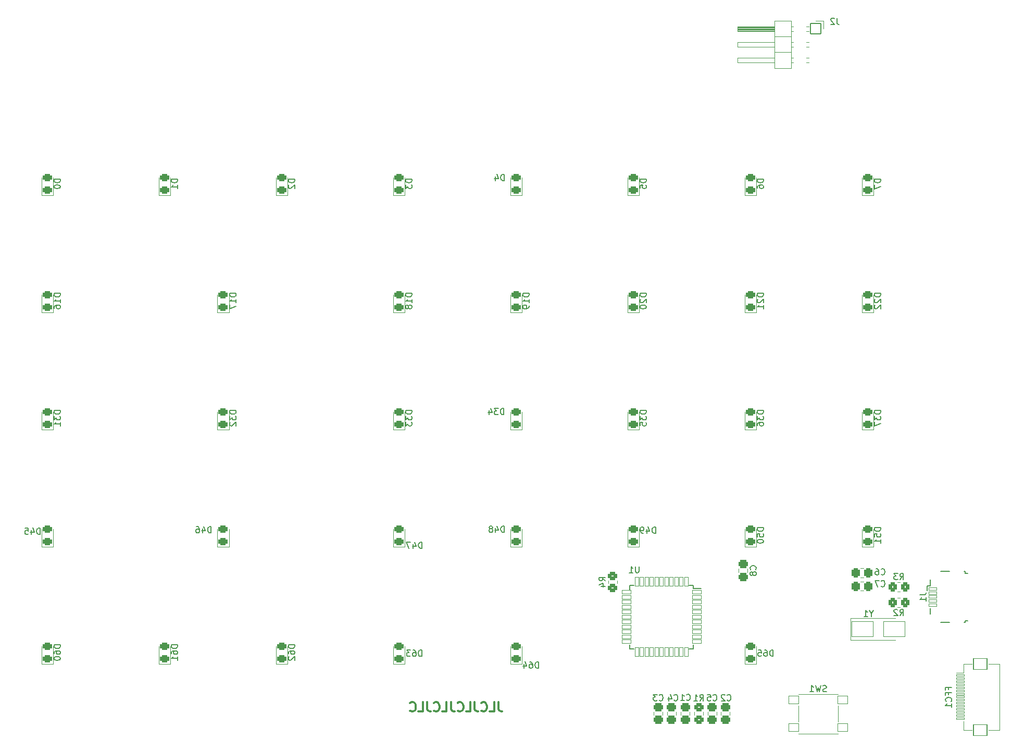
<source format=gbo>
%TF.GenerationSoftware,KiCad,Pcbnew,(6.0.10)*%
%TF.CreationDate,2023-02-02T18:01:59-08:00*%
%TF.ProjectId,netrazr_rev2-Left,6e657472-617a-4725-9f72-6576322d4c65,2*%
%TF.SameCoordinates,Original*%
%TF.FileFunction,Legend,Bot*%
%TF.FilePolarity,Positive*%
%FSLAX46Y46*%
G04 Gerber Fmt 4.6, Leading zero omitted, Abs format (unit mm)*
G04 Created by KiCad (PCBNEW (6.0.10)) date 2023-02-02 18:01:59*
%MOMM*%
%LPD*%
G01*
G04 APERTURE LIST*
G04 Aperture macros list*
%AMRoundRect*
0 Rectangle with rounded corners*
0 $1 Rounding radius*
0 $2 $3 $4 $5 $6 $7 $8 $9 X,Y pos of 4 corners*
0 Add a 4 corners polygon primitive as box body*
4,1,4,$2,$3,$4,$5,$6,$7,$8,$9,$2,$3,0*
0 Add four circle primitives for the rounded corners*
1,1,$1+$1,$2,$3*
1,1,$1+$1,$4,$5*
1,1,$1+$1,$6,$7*
1,1,$1+$1,$8,$9*
0 Add four rect primitives between the rounded corners*
20,1,$1+$1,$2,$3,$4,$5,0*
20,1,$1+$1,$4,$5,$6,$7,0*
20,1,$1+$1,$6,$7,$8,$9,0*
20,1,$1+$1,$8,$9,$2,$3,0*%
G04 Aperture macros list end*
%ADD10C,0.300000*%
%ADD11C,0.150000*%
%ADD12C,0.120000*%
%ADD13C,3.802000*%
%ADD14C,1.803800*%
%ADD15C,3.531000*%
%ADD16C,1.092600*%
%ADD17C,2.134000*%
%ADD18O,0.902000X0.902000*%
%ADD19RoundRect,0.051000X-0.650000X0.225000X-0.650000X-0.225000X0.650000X-0.225000X0.650000X0.225000X0*%
%ADD20O,2.102000X1.552000*%
%ADD21O,1.902000X1.252000*%
%ADD22RoundRect,0.301000X0.475000X-0.337500X0.475000X0.337500X-0.475000X0.337500X-0.475000X-0.337500X0*%
%ADD23RoundRect,0.051000X0.850000X0.850000X-0.850000X0.850000X-0.850000X-0.850000X0.850000X-0.850000X0*%
%ADD24O,1.802000X1.802000*%
%ADD25RoundRect,0.301000X0.450000X-0.325000X0.450000X0.325000X-0.450000X0.325000X-0.450000X-0.325000X0*%
%ADD26RoundRect,0.051000X0.775000X0.650000X-0.775000X0.650000X-0.775000X-0.650000X0.775000X-0.650000X0*%
%ADD27RoundRect,0.301000X-0.450000X0.350000X-0.450000X-0.350000X0.450000X-0.350000X0.450000X0.350000X0*%
%ADD28RoundRect,0.051000X0.750000X0.275000X-0.750000X0.275000X-0.750000X-0.275000X0.750000X-0.275000X0*%
%ADD29RoundRect,0.051000X0.275000X-0.750000X0.275000X0.750000X-0.275000X0.750000X-0.275000X-0.750000X0*%
%ADD30RoundRect,0.301000X-0.475000X0.337500X-0.475000X-0.337500X0.475000X-0.337500X0.475000X0.337500X0*%
%ADD31RoundRect,0.301000X-0.350000X-0.450000X0.350000X-0.450000X0.350000X0.450000X-0.350000X0.450000X0*%
%ADD32RoundRect,0.051000X-1.750000X-1.200000X1.750000X-1.200000X1.750000X1.200000X-1.750000X1.200000X0*%
%ADD33RoundRect,0.301000X0.337500X0.475000X-0.337500X0.475000X-0.337500X-0.475000X0.337500X-0.475000X0*%
%ADD34RoundRect,0.051000X-0.650000X0.150000X-0.650000X-0.150000X0.650000X-0.150000X0.650000X0.150000X0*%
%ADD35RoundRect,0.051000X-1.100000X0.900000X-1.100000X-0.900000X1.100000X-0.900000X1.100000X0.900000X0*%
G04 APERTURE END LIST*
D10*
X121482571Y-171644571D02*
X121482571Y-172716000D01*
X121554000Y-172930285D01*
X121696857Y-173073142D01*
X121911142Y-173144571D01*
X122054000Y-173144571D01*
X120054000Y-173144571D02*
X120768285Y-173144571D01*
X120768285Y-171644571D01*
X118696857Y-173001714D02*
X118768285Y-173073142D01*
X118982571Y-173144571D01*
X119125428Y-173144571D01*
X119339714Y-173073142D01*
X119482571Y-172930285D01*
X119554000Y-172787428D01*
X119625428Y-172501714D01*
X119625428Y-172287428D01*
X119554000Y-172001714D01*
X119482571Y-171858857D01*
X119339714Y-171716000D01*
X119125428Y-171644571D01*
X118982571Y-171644571D01*
X118768285Y-171716000D01*
X118696857Y-171787428D01*
X117625428Y-171644571D02*
X117625428Y-172716000D01*
X117696857Y-172930285D01*
X117839714Y-173073142D01*
X118054000Y-173144571D01*
X118196857Y-173144571D01*
X116196857Y-173144571D02*
X116911142Y-173144571D01*
X116911142Y-171644571D01*
X114839714Y-173001714D02*
X114911142Y-173073142D01*
X115125428Y-173144571D01*
X115268285Y-173144571D01*
X115482571Y-173073142D01*
X115625428Y-172930285D01*
X115696857Y-172787428D01*
X115768285Y-172501714D01*
X115768285Y-172287428D01*
X115696857Y-172001714D01*
X115625428Y-171858857D01*
X115482571Y-171716000D01*
X115268285Y-171644571D01*
X115125428Y-171644571D01*
X114911142Y-171716000D01*
X114839714Y-171787428D01*
X113768285Y-171644571D02*
X113768285Y-172716000D01*
X113839714Y-172930285D01*
X113982571Y-173073142D01*
X114196857Y-173144571D01*
X114339714Y-173144571D01*
X112339714Y-173144571D02*
X113054000Y-173144571D01*
X113054000Y-171644571D01*
X110982571Y-173001714D02*
X111054000Y-173073142D01*
X111268285Y-173144571D01*
X111411142Y-173144571D01*
X111625428Y-173073142D01*
X111768285Y-172930285D01*
X111839714Y-172787428D01*
X111911142Y-172501714D01*
X111911142Y-172287428D01*
X111839714Y-172001714D01*
X111768285Y-171858857D01*
X111625428Y-171716000D01*
X111411142Y-171644571D01*
X111268285Y-171644571D01*
X111054000Y-171716000D01*
X110982571Y-171787428D01*
X109911142Y-171644571D02*
X109911142Y-172716000D01*
X109982571Y-172930285D01*
X110125428Y-173073142D01*
X110339714Y-173144571D01*
X110482571Y-173144571D01*
X108482571Y-173144571D02*
X109196857Y-173144571D01*
X109196857Y-171644571D01*
X107125428Y-173001714D02*
X107196857Y-173073142D01*
X107411142Y-173144571D01*
X107554000Y-173144571D01*
X107768285Y-173073142D01*
X107911142Y-172930285D01*
X107982571Y-172787428D01*
X108054000Y-172501714D01*
X108054000Y-172287428D01*
X107982571Y-172001714D01*
X107911142Y-171858857D01*
X107768285Y-171716000D01*
X107554000Y-171644571D01*
X107411142Y-171644571D01*
X107196857Y-171716000D01*
X107125428Y-171787428D01*
D11*
X189978380Y-154189666D02*
X190692666Y-154189666D01*
X190835523Y-154142047D01*
X190930761Y-154046809D01*
X190978380Y-153903952D01*
X190978380Y-153808714D01*
X190978380Y-155189666D02*
X190978380Y-154618238D01*
X190978380Y-154903952D02*
X189978380Y-154903952D01*
X190121238Y-154808714D01*
X190216476Y-154713476D01*
X190264095Y-154618238D01*
X158662666Y-171299142D02*
X158710285Y-171346761D01*
X158853142Y-171394380D01*
X158948380Y-171394380D01*
X159091238Y-171346761D01*
X159186476Y-171251523D01*
X159234095Y-171156285D01*
X159281714Y-170965809D01*
X159281714Y-170822952D01*
X159234095Y-170632476D01*
X159186476Y-170537238D01*
X159091238Y-170442000D01*
X158948380Y-170394380D01*
X158853142Y-170394380D01*
X158710285Y-170442000D01*
X158662666Y-170489619D01*
X158281714Y-170489619D02*
X158234095Y-170442000D01*
X158138857Y-170394380D01*
X157900761Y-170394380D01*
X157805523Y-170442000D01*
X157757904Y-170489619D01*
X157710285Y-170584857D01*
X157710285Y-170680095D01*
X157757904Y-170822952D01*
X158329333Y-171394380D01*
X157710285Y-171394380D01*
X176493333Y-60412380D02*
X176493333Y-61126666D01*
X176540952Y-61269523D01*
X176636190Y-61364761D01*
X176779047Y-61412380D01*
X176874285Y-61412380D01*
X176064761Y-60507619D02*
X176017142Y-60460000D01*
X175921904Y-60412380D01*
X175683809Y-60412380D01*
X175588571Y-60460000D01*
X175540952Y-60507619D01*
X175493333Y-60602857D01*
X175493333Y-60698095D01*
X175540952Y-60840952D01*
X176112380Y-61412380D01*
X175493333Y-61412380D01*
X127979285Y-166082380D02*
X127979285Y-165082380D01*
X127741190Y-165082380D01*
X127598333Y-165130000D01*
X127503095Y-165225238D01*
X127455476Y-165320476D01*
X127407857Y-165510952D01*
X127407857Y-165653809D01*
X127455476Y-165844285D01*
X127503095Y-165939523D01*
X127598333Y-166034761D01*
X127741190Y-166082380D01*
X127979285Y-166082380D01*
X126550714Y-165082380D02*
X126741190Y-165082380D01*
X126836428Y-165130000D01*
X126884047Y-165177619D01*
X126979285Y-165320476D01*
X127026904Y-165510952D01*
X127026904Y-165891904D01*
X126979285Y-165987142D01*
X126931666Y-166034761D01*
X126836428Y-166082380D01*
X126645952Y-166082380D01*
X126550714Y-166034761D01*
X126503095Y-165987142D01*
X126455476Y-165891904D01*
X126455476Y-165653809D01*
X126503095Y-165558571D01*
X126550714Y-165510952D01*
X126645952Y-165463333D01*
X126836428Y-165463333D01*
X126931666Y-165510952D01*
X126979285Y-165558571D01*
X127026904Y-165653809D01*
X125598333Y-165415714D02*
X125598333Y-166082380D01*
X125836428Y-165034761D02*
X126074523Y-165749047D01*
X125455476Y-165749047D01*
X107397380Y-124225714D02*
X106397380Y-124225714D01*
X106397380Y-124463809D01*
X106445000Y-124606666D01*
X106540238Y-124701904D01*
X106635476Y-124749523D01*
X106825952Y-124797142D01*
X106968809Y-124797142D01*
X107159285Y-124749523D01*
X107254523Y-124701904D01*
X107349761Y-124606666D01*
X107397380Y-124463809D01*
X107397380Y-124225714D01*
X106397380Y-125130476D02*
X106397380Y-125749523D01*
X106778333Y-125416190D01*
X106778333Y-125559047D01*
X106825952Y-125654285D01*
X106873571Y-125701904D01*
X106968809Y-125749523D01*
X107206904Y-125749523D01*
X107302142Y-125701904D01*
X107349761Y-125654285D01*
X107397380Y-125559047D01*
X107397380Y-125273333D01*
X107349761Y-125178095D01*
X107302142Y-125130476D01*
X106397380Y-126082857D02*
X106397380Y-126701904D01*
X106778333Y-126368571D01*
X106778333Y-126511428D01*
X106825952Y-126606666D01*
X106873571Y-126654285D01*
X106968809Y-126701904D01*
X107206904Y-126701904D01*
X107302142Y-126654285D01*
X107349761Y-126606666D01*
X107397380Y-126511428D01*
X107397380Y-126225714D01*
X107349761Y-126130476D01*
X107302142Y-126082857D01*
X145497380Y-86601904D02*
X144497380Y-86601904D01*
X144497380Y-86840000D01*
X144545000Y-86982857D01*
X144640238Y-87078095D01*
X144735476Y-87125714D01*
X144925952Y-87173333D01*
X145068809Y-87173333D01*
X145259285Y-87125714D01*
X145354523Y-87078095D01*
X145449761Y-86982857D01*
X145497380Y-86840000D01*
X145497380Y-86601904D01*
X144497380Y-88078095D02*
X144497380Y-87601904D01*
X144973571Y-87554285D01*
X144925952Y-87601904D01*
X144878333Y-87697142D01*
X144878333Y-87935238D01*
X144925952Y-88030476D01*
X144973571Y-88078095D01*
X145068809Y-88125714D01*
X145306904Y-88125714D01*
X145402142Y-88078095D01*
X145449761Y-88030476D01*
X145497380Y-87935238D01*
X145497380Y-87697142D01*
X145449761Y-87601904D01*
X145402142Y-87554285D01*
X164547380Y-105175714D02*
X163547380Y-105175714D01*
X163547380Y-105413809D01*
X163595000Y-105556666D01*
X163690238Y-105651904D01*
X163785476Y-105699523D01*
X163975952Y-105747142D01*
X164118809Y-105747142D01*
X164309285Y-105699523D01*
X164404523Y-105651904D01*
X164499761Y-105556666D01*
X164547380Y-105413809D01*
X164547380Y-105175714D01*
X163642619Y-106128095D02*
X163595000Y-106175714D01*
X163547380Y-106270952D01*
X163547380Y-106509047D01*
X163595000Y-106604285D01*
X163642619Y-106651904D01*
X163737857Y-106699523D01*
X163833095Y-106699523D01*
X163975952Y-106651904D01*
X164547380Y-106080476D01*
X164547380Y-106699523D01*
X164547380Y-107651904D02*
X164547380Y-107080476D01*
X164547380Y-107366190D02*
X163547380Y-107366190D01*
X163690238Y-107270952D01*
X163785476Y-107175714D01*
X163833095Y-107080476D01*
X174778333Y-169884761D02*
X174635476Y-169932380D01*
X174397380Y-169932380D01*
X174302142Y-169884761D01*
X174254523Y-169837142D01*
X174206904Y-169741904D01*
X174206904Y-169646666D01*
X174254523Y-169551428D01*
X174302142Y-169503809D01*
X174397380Y-169456190D01*
X174587857Y-169408571D01*
X174683095Y-169360952D01*
X174730714Y-169313333D01*
X174778333Y-169218095D01*
X174778333Y-169122857D01*
X174730714Y-169027619D01*
X174683095Y-168980000D01*
X174587857Y-168932380D01*
X174349761Y-168932380D01*
X174206904Y-168980000D01*
X173873571Y-168932380D02*
X173635476Y-169932380D01*
X173445000Y-169218095D01*
X173254523Y-169932380D01*
X173016428Y-168932380D01*
X172111666Y-169932380D02*
X172683095Y-169932380D01*
X172397380Y-169932380D02*
X172397380Y-168932380D01*
X172492619Y-169075238D01*
X172587857Y-169170476D01*
X172683095Y-169218095D01*
X145497380Y-124225714D02*
X144497380Y-124225714D01*
X144497380Y-124463809D01*
X144545000Y-124606666D01*
X144640238Y-124701904D01*
X144735476Y-124749523D01*
X144925952Y-124797142D01*
X145068809Y-124797142D01*
X145259285Y-124749523D01*
X145354523Y-124701904D01*
X145449761Y-124606666D01*
X145497380Y-124463809D01*
X145497380Y-124225714D01*
X144497380Y-125130476D02*
X144497380Y-125749523D01*
X144878333Y-125416190D01*
X144878333Y-125559047D01*
X144925952Y-125654285D01*
X144973571Y-125701904D01*
X145068809Y-125749523D01*
X145306904Y-125749523D01*
X145402142Y-125701904D01*
X145449761Y-125654285D01*
X145497380Y-125559047D01*
X145497380Y-125273333D01*
X145449761Y-125178095D01*
X145402142Y-125130476D01*
X144497380Y-126654285D02*
X144497380Y-126178095D01*
X144973571Y-126130476D01*
X144925952Y-126178095D01*
X144878333Y-126273333D01*
X144878333Y-126511428D01*
X144925952Y-126606666D01*
X144973571Y-126654285D01*
X145068809Y-126701904D01*
X145306904Y-126701904D01*
X145402142Y-126654285D01*
X145449761Y-126606666D01*
X145497380Y-126511428D01*
X145497380Y-126273333D01*
X145449761Y-126178095D01*
X145402142Y-126130476D01*
X109049285Y-146622380D02*
X109049285Y-145622380D01*
X108811190Y-145622380D01*
X108668333Y-145670000D01*
X108573095Y-145765238D01*
X108525476Y-145860476D01*
X108477857Y-146050952D01*
X108477857Y-146193809D01*
X108525476Y-146384285D01*
X108573095Y-146479523D01*
X108668333Y-146574761D01*
X108811190Y-146622380D01*
X109049285Y-146622380D01*
X107620714Y-145955714D02*
X107620714Y-146622380D01*
X107858809Y-145574761D02*
X108096904Y-146289047D01*
X107477857Y-146289047D01*
X107192142Y-145622380D02*
X106525476Y-145622380D01*
X106954047Y-146622380D01*
X183597380Y-124225714D02*
X182597380Y-124225714D01*
X182597380Y-124463809D01*
X182645000Y-124606666D01*
X182740238Y-124701904D01*
X182835476Y-124749523D01*
X183025952Y-124797142D01*
X183168809Y-124797142D01*
X183359285Y-124749523D01*
X183454523Y-124701904D01*
X183549761Y-124606666D01*
X183597380Y-124463809D01*
X183597380Y-124225714D01*
X182597380Y-125130476D02*
X182597380Y-125749523D01*
X182978333Y-125416190D01*
X182978333Y-125559047D01*
X183025952Y-125654285D01*
X183073571Y-125701904D01*
X183168809Y-125749523D01*
X183406904Y-125749523D01*
X183502142Y-125701904D01*
X183549761Y-125654285D01*
X183597380Y-125559047D01*
X183597380Y-125273333D01*
X183549761Y-125178095D01*
X183502142Y-125130476D01*
X182597380Y-126082857D02*
X182597380Y-126749523D01*
X183597380Y-126320952D01*
X78822380Y-124225714D02*
X77822380Y-124225714D01*
X77822380Y-124463809D01*
X77870000Y-124606666D01*
X77965238Y-124701904D01*
X78060476Y-124749523D01*
X78250952Y-124797142D01*
X78393809Y-124797142D01*
X78584285Y-124749523D01*
X78679523Y-124701904D01*
X78774761Y-124606666D01*
X78822380Y-124463809D01*
X78822380Y-124225714D01*
X77822380Y-125130476D02*
X77822380Y-125749523D01*
X78203333Y-125416190D01*
X78203333Y-125559047D01*
X78250952Y-125654285D01*
X78298571Y-125701904D01*
X78393809Y-125749523D01*
X78631904Y-125749523D01*
X78727142Y-125701904D01*
X78774761Y-125654285D01*
X78822380Y-125559047D01*
X78822380Y-125273333D01*
X78774761Y-125178095D01*
X78727142Y-125130476D01*
X77917619Y-126130476D02*
X77870000Y-126178095D01*
X77822380Y-126273333D01*
X77822380Y-126511428D01*
X77870000Y-126606666D01*
X77917619Y-126654285D01*
X78012857Y-126701904D01*
X78108095Y-126701904D01*
X78250952Y-126654285D01*
X78822380Y-126082857D01*
X78822380Y-126701904D01*
X163292142Y-150063333D02*
X163339761Y-150015714D01*
X163387380Y-149872857D01*
X163387380Y-149777619D01*
X163339761Y-149634761D01*
X163244523Y-149539523D01*
X163149285Y-149491904D01*
X162958809Y-149444285D01*
X162815952Y-149444285D01*
X162625476Y-149491904D01*
X162530238Y-149539523D01*
X162435000Y-149634761D01*
X162387380Y-149777619D01*
X162387380Y-149872857D01*
X162435000Y-150015714D01*
X162482619Y-150063333D01*
X162815952Y-150634761D02*
X162768333Y-150539523D01*
X162720714Y-150491904D01*
X162625476Y-150444285D01*
X162577857Y-150444285D01*
X162482619Y-150491904D01*
X162435000Y-150539523D01*
X162387380Y-150634761D01*
X162387380Y-150825238D01*
X162435000Y-150920476D01*
X162482619Y-150968095D01*
X162577857Y-151015714D01*
X162625476Y-151015714D01*
X162720714Y-150968095D01*
X162768333Y-150920476D01*
X162815952Y-150825238D01*
X162815952Y-150634761D01*
X162863571Y-150539523D01*
X162911190Y-150491904D01*
X163006428Y-150444285D01*
X163196904Y-150444285D01*
X163292142Y-150491904D01*
X163339761Y-150539523D01*
X163387380Y-150634761D01*
X163387380Y-150825238D01*
X163339761Y-150920476D01*
X163292142Y-150968095D01*
X163196904Y-151015714D01*
X163006428Y-151015714D01*
X162911190Y-150968095D01*
X162863571Y-150920476D01*
X162815952Y-150825238D01*
X126447380Y-105175714D02*
X125447380Y-105175714D01*
X125447380Y-105413809D01*
X125495000Y-105556666D01*
X125590238Y-105651904D01*
X125685476Y-105699523D01*
X125875952Y-105747142D01*
X126018809Y-105747142D01*
X126209285Y-105699523D01*
X126304523Y-105651904D01*
X126399761Y-105556666D01*
X126447380Y-105413809D01*
X126447380Y-105175714D01*
X126447380Y-106699523D02*
X126447380Y-106128095D01*
X126447380Y-106413809D02*
X125447380Y-106413809D01*
X125590238Y-106318571D01*
X125685476Y-106223333D01*
X125733095Y-106128095D01*
X126447380Y-107175714D02*
X126447380Y-107366190D01*
X126399761Y-107461428D01*
X126352142Y-107509047D01*
X126209285Y-107604285D01*
X126018809Y-107651904D01*
X125637857Y-107651904D01*
X125542619Y-107604285D01*
X125495000Y-107556666D01*
X125447380Y-107461428D01*
X125447380Y-107270952D01*
X125495000Y-107175714D01*
X125542619Y-107128095D01*
X125637857Y-107080476D01*
X125875952Y-107080476D01*
X125971190Y-107128095D01*
X126018809Y-107175714D01*
X126066428Y-107270952D01*
X126066428Y-107461428D01*
X126018809Y-107556666D01*
X125971190Y-107604285D01*
X125875952Y-107651904D01*
X138857380Y-151913333D02*
X138381190Y-151580000D01*
X138857380Y-151341904D02*
X137857380Y-151341904D01*
X137857380Y-151722857D01*
X137905000Y-151818095D01*
X137952619Y-151865714D01*
X138047857Y-151913333D01*
X138190714Y-151913333D01*
X138285952Y-151865714D01*
X138333571Y-151818095D01*
X138381190Y-151722857D01*
X138381190Y-151341904D01*
X138190714Y-152770476D02*
X138857380Y-152770476D01*
X137809761Y-152532380D02*
X138524047Y-152294285D01*
X138524047Y-152913333D01*
X46969285Y-144322380D02*
X46969285Y-143322380D01*
X46731190Y-143322380D01*
X46588333Y-143370000D01*
X46493095Y-143465238D01*
X46445476Y-143560476D01*
X46397857Y-143750952D01*
X46397857Y-143893809D01*
X46445476Y-144084285D01*
X46493095Y-144179523D01*
X46588333Y-144274761D01*
X46731190Y-144322380D01*
X46969285Y-144322380D01*
X45540714Y-143655714D02*
X45540714Y-144322380D01*
X45778809Y-143274761D02*
X46016904Y-143989047D01*
X45397857Y-143989047D01*
X44540714Y-143322380D02*
X45016904Y-143322380D01*
X45064523Y-143798571D01*
X45016904Y-143750952D01*
X44921666Y-143703333D01*
X44683571Y-143703333D01*
X44588333Y-143750952D01*
X44540714Y-143798571D01*
X44493095Y-143893809D01*
X44493095Y-144131904D01*
X44540714Y-144227142D01*
X44588333Y-144274761D01*
X44683571Y-144322380D01*
X44921666Y-144322380D01*
X45016904Y-144274761D01*
X45064523Y-144227142D01*
X144316904Y-149572380D02*
X144316904Y-150381904D01*
X144269285Y-150477142D01*
X144221666Y-150524761D01*
X144126428Y-150572380D01*
X143935952Y-150572380D01*
X143840714Y-150524761D01*
X143793095Y-150477142D01*
X143745476Y-150381904D01*
X143745476Y-149572380D01*
X142745476Y-150572380D02*
X143316904Y-150572380D01*
X143031190Y-150572380D02*
X143031190Y-149572380D01*
X143126428Y-149715238D01*
X143221666Y-149810476D01*
X143316904Y-149858095D01*
X69297380Y-162325714D02*
X68297380Y-162325714D01*
X68297380Y-162563809D01*
X68345000Y-162706666D01*
X68440238Y-162801904D01*
X68535476Y-162849523D01*
X68725952Y-162897142D01*
X68868809Y-162897142D01*
X69059285Y-162849523D01*
X69154523Y-162801904D01*
X69249761Y-162706666D01*
X69297380Y-162563809D01*
X69297380Y-162325714D01*
X68297380Y-163754285D02*
X68297380Y-163563809D01*
X68345000Y-163468571D01*
X68392619Y-163420952D01*
X68535476Y-163325714D01*
X68725952Y-163278095D01*
X69106904Y-163278095D01*
X69202142Y-163325714D01*
X69249761Y-163373333D01*
X69297380Y-163468571D01*
X69297380Y-163659047D01*
X69249761Y-163754285D01*
X69202142Y-163801904D01*
X69106904Y-163849523D01*
X68868809Y-163849523D01*
X68773571Y-163801904D01*
X68725952Y-163754285D01*
X68678333Y-163659047D01*
X68678333Y-163468571D01*
X68725952Y-163373333D01*
X68773571Y-163325714D01*
X68868809Y-163278095D01*
X69297380Y-164801904D02*
X69297380Y-164230476D01*
X69297380Y-164516190D02*
X68297380Y-164516190D01*
X68440238Y-164420952D01*
X68535476Y-164325714D01*
X68583095Y-164230476D01*
X50247380Y-124225714D02*
X49247380Y-124225714D01*
X49247380Y-124463809D01*
X49295000Y-124606666D01*
X49390238Y-124701904D01*
X49485476Y-124749523D01*
X49675952Y-124797142D01*
X49818809Y-124797142D01*
X50009285Y-124749523D01*
X50104523Y-124701904D01*
X50199761Y-124606666D01*
X50247380Y-124463809D01*
X50247380Y-124225714D01*
X49247380Y-125130476D02*
X49247380Y-125749523D01*
X49628333Y-125416190D01*
X49628333Y-125559047D01*
X49675952Y-125654285D01*
X49723571Y-125701904D01*
X49818809Y-125749523D01*
X50056904Y-125749523D01*
X50152142Y-125701904D01*
X50199761Y-125654285D01*
X50247380Y-125559047D01*
X50247380Y-125273333D01*
X50199761Y-125178095D01*
X50152142Y-125130476D01*
X50247380Y-126701904D02*
X50247380Y-126130476D01*
X50247380Y-126416190D02*
X49247380Y-126416190D01*
X49390238Y-126320952D01*
X49485476Y-126225714D01*
X49533095Y-126130476D01*
X156376666Y-171299142D02*
X156424285Y-171346761D01*
X156567142Y-171394380D01*
X156662380Y-171394380D01*
X156805238Y-171346761D01*
X156900476Y-171251523D01*
X156948095Y-171156285D01*
X156995714Y-170965809D01*
X156995714Y-170822952D01*
X156948095Y-170632476D01*
X156900476Y-170537238D01*
X156805238Y-170442000D01*
X156662380Y-170394380D01*
X156567142Y-170394380D01*
X156424285Y-170442000D01*
X156376666Y-170489619D01*
X155471904Y-170394380D02*
X155948095Y-170394380D01*
X155995714Y-170870571D01*
X155948095Y-170822952D01*
X155852857Y-170775333D01*
X155614761Y-170775333D01*
X155519523Y-170822952D01*
X155471904Y-170870571D01*
X155424285Y-170965809D01*
X155424285Y-171203904D01*
X155471904Y-171299142D01*
X155519523Y-171346761D01*
X155614761Y-171394380D01*
X155852857Y-171394380D01*
X155948095Y-171346761D01*
X155995714Y-171299142D01*
X109029285Y-164172380D02*
X109029285Y-163172380D01*
X108791190Y-163172380D01*
X108648333Y-163220000D01*
X108553095Y-163315238D01*
X108505476Y-163410476D01*
X108457857Y-163600952D01*
X108457857Y-163743809D01*
X108505476Y-163934285D01*
X108553095Y-164029523D01*
X108648333Y-164124761D01*
X108791190Y-164172380D01*
X109029285Y-164172380D01*
X107600714Y-163172380D02*
X107791190Y-163172380D01*
X107886428Y-163220000D01*
X107934047Y-163267619D01*
X108029285Y-163410476D01*
X108076904Y-163600952D01*
X108076904Y-163981904D01*
X108029285Y-164077142D01*
X107981666Y-164124761D01*
X107886428Y-164172380D01*
X107695952Y-164172380D01*
X107600714Y-164124761D01*
X107553095Y-164077142D01*
X107505476Y-163981904D01*
X107505476Y-163743809D01*
X107553095Y-163648571D01*
X107600714Y-163600952D01*
X107695952Y-163553333D01*
X107886428Y-163553333D01*
X107981666Y-163600952D01*
X108029285Y-163648571D01*
X108076904Y-163743809D01*
X107172142Y-163172380D02*
X106553095Y-163172380D01*
X106886428Y-163553333D01*
X106743571Y-163553333D01*
X106648333Y-163600952D01*
X106600714Y-163648571D01*
X106553095Y-163743809D01*
X106553095Y-163981904D01*
X106600714Y-164077142D01*
X106648333Y-164124761D01*
X106743571Y-164172380D01*
X107029285Y-164172380D01*
X107124523Y-164124761D01*
X107172142Y-164077142D01*
X122413095Y-86822380D02*
X122413095Y-85822380D01*
X122175000Y-85822380D01*
X122032142Y-85870000D01*
X121936904Y-85965238D01*
X121889285Y-86060476D01*
X121841666Y-86250952D01*
X121841666Y-86393809D01*
X121889285Y-86584285D01*
X121936904Y-86679523D01*
X122032142Y-86774761D01*
X122175000Y-86822380D01*
X122413095Y-86822380D01*
X120984523Y-86155714D02*
X120984523Y-86822380D01*
X121222619Y-85774761D02*
X121460714Y-86489047D01*
X120841666Y-86489047D01*
X88347380Y-162325714D02*
X87347380Y-162325714D01*
X87347380Y-162563809D01*
X87395000Y-162706666D01*
X87490238Y-162801904D01*
X87585476Y-162849523D01*
X87775952Y-162897142D01*
X87918809Y-162897142D01*
X88109285Y-162849523D01*
X88204523Y-162801904D01*
X88299761Y-162706666D01*
X88347380Y-162563809D01*
X88347380Y-162325714D01*
X87347380Y-163754285D02*
X87347380Y-163563809D01*
X87395000Y-163468571D01*
X87442619Y-163420952D01*
X87585476Y-163325714D01*
X87775952Y-163278095D01*
X88156904Y-163278095D01*
X88252142Y-163325714D01*
X88299761Y-163373333D01*
X88347380Y-163468571D01*
X88347380Y-163659047D01*
X88299761Y-163754285D01*
X88252142Y-163801904D01*
X88156904Y-163849523D01*
X87918809Y-163849523D01*
X87823571Y-163801904D01*
X87775952Y-163754285D01*
X87728333Y-163659047D01*
X87728333Y-163468571D01*
X87775952Y-163373333D01*
X87823571Y-163325714D01*
X87918809Y-163278095D01*
X87442619Y-164230476D02*
X87395000Y-164278095D01*
X87347380Y-164373333D01*
X87347380Y-164611428D01*
X87395000Y-164706666D01*
X87442619Y-164754285D01*
X87537857Y-164801904D01*
X87633095Y-164801904D01*
X87775952Y-164754285D01*
X88347380Y-164182857D01*
X88347380Y-164801904D01*
X166139285Y-164142380D02*
X166139285Y-163142380D01*
X165901190Y-163142380D01*
X165758333Y-163190000D01*
X165663095Y-163285238D01*
X165615476Y-163380476D01*
X165567857Y-163570952D01*
X165567857Y-163713809D01*
X165615476Y-163904285D01*
X165663095Y-163999523D01*
X165758333Y-164094761D01*
X165901190Y-164142380D01*
X166139285Y-164142380D01*
X164710714Y-163142380D02*
X164901190Y-163142380D01*
X164996428Y-163190000D01*
X165044047Y-163237619D01*
X165139285Y-163380476D01*
X165186904Y-163570952D01*
X165186904Y-163951904D01*
X165139285Y-164047142D01*
X165091666Y-164094761D01*
X164996428Y-164142380D01*
X164805952Y-164142380D01*
X164710714Y-164094761D01*
X164663095Y-164047142D01*
X164615476Y-163951904D01*
X164615476Y-163713809D01*
X164663095Y-163618571D01*
X164710714Y-163570952D01*
X164805952Y-163523333D01*
X164996428Y-163523333D01*
X165091666Y-163570952D01*
X165139285Y-163618571D01*
X165186904Y-163713809D01*
X163710714Y-163142380D02*
X164186904Y-163142380D01*
X164234523Y-163618571D01*
X164186904Y-163570952D01*
X164091666Y-163523333D01*
X163853571Y-163523333D01*
X163758333Y-163570952D01*
X163710714Y-163618571D01*
X163663095Y-163713809D01*
X163663095Y-163951904D01*
X163710714Y-164047142D01*
X163758333Y-164094761D01*
X163853571Y-164142380D01*
X164091666Y-164142380D01*
X164186904Y-164094761D01*
X164234523Y-164047142D01*
X150026666Y-171299142D02*
X150074285Y-171346761D01*
X150217142Y-171394380D01*
X150312380Y-171394380D01*
X150455238Y-171346761D01*
X150550476Y-171251523D01*
X150598095Y-171156285D01*
X150645714Y-170965809D01*
X150645714Y-170822952D01*
X150598095Y-170632476D01*
X150550476Y-170537238D01*
X150455238Y-170442000D01*
X150312380Y-170394380D01*
X150217142Y-170394380D01*
X150074285Y-170442000D01*
X150026666Y-170489619D01*
X149169523Y-170727714D02*
X149169523Y-171394380D01*
X149407619Y-170346761D02*
X149645714Y-171061047D01*
X149026666Y-171061047D01*
X183597380Y-143275714D02*
X182597380Y-143275714D01*
X182597380Y-143513809D01*
X182645000Y-143656666D01*
X182740238Y-143751904D01*
X182835476Y-143799523D01*
X183025952Y-143847142D01*
X183168809Y-143847142D01*
X183359285Y-143799523D01*
X183454523Y-143751904D01*
X183549761Y-143656666D01*
X183597380Y-143513809D01*
X183597380Y-143275714D01*
X182597380Y-144751904D02*
X182597380Y-144275714D01*
X183073571Y-144228095D01*
X183025952Y-144275714D01*
X182978333Y-144370952D01*
X182978333Y-144609047D01*
X183025952Y-144704285D01*
X183073571Y-144751904D01*
X183168809Y-144799523D01*
X183406904Y-144799523D01*
X183502142Y-144751904D01*
X183549761Y-144704285D01*
X183597380Y-144609047D01*
X183597380Y-144370952D01*
X183549761Y-144275714D01*
X183502142Y-144228095D01*
X183597380Y-145751904D02*
X183597380Y-145180476D01*
X183597380Y-145466190D02*
X182597380Y-145466190D01*
X182740238Y-145370952D01*
X182835476Y-145275714D01*
X182883095Y-145180476D01*
X183597380Y-86601904D02*
X182597380Y-86601904D01*
X182597380Y-86840000D01*
X182645000Y-86982857D01*
X182740238Y-87078095D01*
X182835476Y-87125714D01*
X183025952Y-87173333D01*
X183168809Y-87173333D01*
X183359285Y-87125714D01*
X183454523Y-87078095D01*
X183549761Y-86982857D01*
X183597380Y-86840000D01*
X183597380Y-86601904D01*
X182597380Y-87506666D02*
X182597380Y-88173333D01*
X183597380Y-87744761D01*
X186729666Y-157550380D02*
X187063000Y-157074190D01*
X187301095Y-157550380D02*
X187301095Y-156550380D01*
X186920142Y-156550380D01*
X186824904Y-156598000D01*
X186777285Y-156645619D01*
X186729666Y-156740857D01*
X186729666Y-156883714D01*
X186777285Y-156978952D01*
X186824904Y-157026571D01*
X186920142Y-157074190D01*
X187301095Y-157074190D01*
X186348714Y-156645619D02*
X186301095Y-156598000D01*
X186205857Y-156550380D01*
X185967761Y-156550380D01*
X185872523Y-156598000D01*
X185824904Y-156645619D01*
X185777285Y-156740857D01*
X185777285Y-156836095D01*
X185824904Y-156978952D01*
X186396333Y-157550380D01*
X185777285Y-157550380D01*
X122429285Y-144012380D02*
X122429285Y-143012380D01*
X122191190Y-143012380D01*
X122048333Y-143060000D01*
X121953095Y-143155238D01*
X121905476Y-143250476D01*
X121857857Y-143440952D01*
X121857857Y-143583809D01*
X121905476Y-143774285D01*
X121953095Y-143869523D01*
X122048333Y-143964761D01*
X122191190Y-144012380D01*
X122429285Y-144012380D01*
X121000714Y-143345714D02*
X121000714Y-144012380D01*
X121238809Y-142964761D02*
X121476904Y-143679047D01*
X120857857Y-143679047D01*
X120334047Y-143440952D02*
X120429285Y-143393333D01*
X120476904Y-143345714D01*
X120524523Y-143250476D01*
X120524523Y-143202857D01*
X120476904Y-143107619D01*
X120429285Y-143060000D01*
X120334047Y-143012380D01*
X120143571Y-143012380D01*
X120048333Y-143060000D01*
X120000714Y-143107619D01*
X119953095Y-143202857D01*
X119953095Y-143250476D01*
X120000714Y-143345714D01*
X120048333Y-143393333D01*
X120143571Y-143440952D01*
X120334047Y-143440952D01*
X120429285Y-143488571D01*
X120476904Y-143536190D01*
X120524523Y-143631428D01*
X120524523Y-143821904D01*
X120476904Y-143917142D01*
X120429285Y-143964761D01*
X120334047Y-144012380D01*
X120143571Y-144012380D01*
X120048333Y-143964761D01*
X120000714Y-143917142D01*
X119953095Y-143821904D01*
X119953095Y-143631428D01*
X120000714Y-143536190D01*
X120048333Y-143488571D01*
X120143571Y-143440952D01*
X182086190Y-157202190D02*
X182086190Y-157678380D01*
X182419523Y-156678380D02*
X182086190Y-157202190D01*
X181752857Y-156678380D01*
X180895714Y-157678380D02*
X181467142Y-157678380D01*
X181181428Y-157678380D02*
X181181428Y-156678380D01*
X181276666Y-156821238D01*
X181371904Y-156916476D01*
X181467142Y-156964095D01*
X78822380Y-105175714D02*
X77822380Y-105175714D01*
X77822380Y-105413809D01*
X77870000Y-105556666D01*
X77965238Y-105651904D01*
X78060476Y-105699523D01*
X78250952Y-105747142D01*
X78393809Y-105747142D01*
X78584285Y-105699523D01*
X78679523Y-105651904D01*
X78774761Y-105556666D01*
X78822380Y-105413809D01*
X78822380Y-105175714D01*
X78822380Y-106699523D02*
X78822380Y-106128095D01*
X78822380Y-106413809D02*
X77822380Y-106413809D01*
X77965238Y-106318571D01*
X78060476Y-106223333D01*
X78108095Y-106128095D01*
X77822380Y-107032857D02*
X77822380Y-107699523D01*
X78822380Y-107270952D01*
X164547380Y-143275714D02*
X163547380Y-143275714D01*
X163547380Y-143513809D01*
X163595000Y-143656666D01*
X163690238Y-143751904D01*
X163785476Y-143799523D01*
X163975952Y-143847142D01*
X164118809Y-143847142D01*
X164309285Y-143799523D01*
X164404523Y-143751904D01*
X164499761Y-143656666D01*
X164547380Y-143513809D01*
X164547380Y-143275714D01*
X163547380Y-144751904D02*
X163547380Y-144275714D01*
X164023571Y-144228095D01*
X163975952Y-144275714D01*
X163928333Y-144370952D01*
X163928333Y-144609047D01*
X163975952Y-144704285D01*
X164023571Y-144751904D01*
X164118809Y-144799523D01*
X164356904Y-144799523D01*
X164452142Y-144751904D01*
X164499761Y-144704285D01*
X164547380Y-144609047D01*
X164547380Y-144370952D01*
X164499761Y-144275714D01*
X164452142Y-144228095D01*
X163547380Y-145418571D02*
X163547380Y-145513809D01*
X163595000Y-145609047D01*
X163642619Y-145656666D01*
X163737857Y-145704285D01*
X163928333Y-145751904D01*
X164166428Y-145751904D01*
X164356904Y-145704285D01*
X164452142Y-145656666D01*
X164499761Y-145609047D01*
X164547380Y-145513809D01*
X164547380Y-145418571D01*
X164499761Y-145323333D01*
X164452142Y-145275714D01*
X164356904Y-145228095D01*
X164166428Y-145180476D01*
X163928333Y-145180476D01*
X163737857Y-145228095D01*
X163642619Y-145275714D01*
X163595000Y-145323333D01*
X163547380Y-145418571D01*
X50247380Y-162325714D02*
X49247380Y-162325714D01*
X49247380Y-162563809D01*
X49295000Y-162706666D01*
X49390238Y-162801904D01*
X49485476Y-162849523D01*
X49675952Y-162897142D01*
X49818809Y-162897142D01*
X50009285Y-162849523D01*
X50104523Y-162801904D01*
X50199761Y-162706666D01*
X50247380Y-162563809D01*
X50247380Y-162325714D01*
X49247380Y-163754285D02*
X49247380Y-163563809D01*
X49295000Y-163468571D01*
X49342619Y-163420952D01*
X49485476Y-163325714D01*
X49675952Y-163278095D01*
X50056904Y-163278095D01*
X50152142Y-163325714D01*
X50199761Y-163373333D01*
X50247380Y-163468571D01*
X50247380Y-163659047D01*
X50199761Y-163754285D01*
X50152142Y-163801904D01*
X50056904Y-163849523D01*
X49818809Y-163849523D01*
X49723571Y-163801904D01*
X49675952Y-163754285D01*
X49628333Y-163659047D01*
X49628333Y-163468571D01*
X49675952Y-163373333D01*
X49723571Y-163325714D01*
X49818809Y-163278095D01*
X49247380Y-164468571D02*
X49247380Y-164563809D01*
X49295000Y-164659047D01*
X49342619Y-164706666D01*
X49437857Y-164754285D01*
X49628333Y-164801904D01*
X49866428Y-164801904D01*
X50056904Y-164754285D01*
X50152142Y-164706666D01*
X50199761Y-164659047D01*
X50247380Y-164563809D01*
X50247380Y-164468571D01*
X50199761Y-164373333D01*
X50152142Y-164325714D01*
X50056904Y-164278095D01*
X49866428Y-164230476D01*
X49628333Y-164230476D01*
X49437857Y-164278095D01*
X49342619Y-164325714D01*
X49295000Y-164373333D01*
X49247380Y-164468571D01*
X145497380Y-105175714D02*
X144497380Y-105175714D01*
X144497380Y-105413809D01*
X144545000Y-105556666D01*
X144640238Y-105651904D01*
X144735476Y-105699523D01*
X144925952Y-105747142D01*
X145068809Y-105747142D01*
X145259285Y-105699523D01*
X145354523Y-105651904D01*
X145449761Y-105556666D01*
X145497380Y-105413809D01*
X145497380Y-105175714D01*
X144592619Y-106128095D02*
X144545000Y-106175714D01*
X144497380Y-106270952D01*
X144497380Y-106509047D01*
X144545000Y-106604285D01*
X144592619Y-106651904D01*
X144687857Y-106699523D01*
X144783095Y-106699523D01*
X144925952Y-106651904D01*
X145497380Y-106080476D01*
X145497380Y-106699523D01*
X144497380Y-107318571D02*
X144497380Y-107413809D01*
X144545000Y-107509047D01*
X144592619Y-107556666D01*
X144687857Y-107604285D01*
X144878333Y-107651904D01*
X145116428Y-107651904D01*
X145306904Y-107604285D01*
X145402142Y-107556666D01*
X145449761Y-107509047D01*
X145497380Y-107413809D01*
X145497380Y-107318571D01*
X145449761Y-107223333D01*
X145402142Y-107175714D01*
X145306904Y-107128095D01*
X145116428Y-107080476D01*
X144878333Y-107080476D01*
X144687857Y-107128095D01*
X144592619Y-107175714D01*
X144545000Y-107223333D01*
X144497380Y-107318571D01*
X88347380Y-86601904D02*
X87347380Y-86601904D01*
X87347380Y-86840000D01*
X87395000Y-86982857D01*
X87490238Y-87078095D01*
X87585476Y-87125714D01*
X87775952Y-87173333D01*
X87918809Y-87173333D01*
X88109285Y-87125714D01*
X88204523Y-87078095D01*
X88299761Y-86982857D01*
X88347380Y-86840000D01*
X88347380Y-86601904D01*
X87442619Y-87554285D02*
X87395000Y-87601904D01*
X87347380Y-87697142D01*
X87347380Y-87935238D01*
X87395000Y-88030476D01*
X87442619Y-88078095D01*
X87537857Y-88125714D01*
X87633095Y-88125714D01*
X87775952Y-88078095D01*
X88347380Y-87506666D01*
X88347380Y-88125714D01*
X183681666Y-150852142D02*
X183729285Y-150899761D01*
X183872142Y-150947380D01*
X183967380Y-150947380D01*
X184110238Y-150899761D01*
X184205476Y-150804523D01*
X184253095Y-150709285D01*
X184300714Y-150518809D01*
X184300714Y-150375952D01*
X184253095Y-150185476D01*
X184205476Y-150090238D01*
X184110238Y-149995000D01*
X183967380Y-149947380D01*
X183872142Y-149947380D01*
X183729285Y-149995000D01*
X183681666Y-150042619D01*
X182824523Y-149947380D02*
X183015000Y-149947380D01*
X183110238Y-149995000D01*
X183157857Y-150042619D01*
X183253095Y-150185476D01*
X183300714Y-150375952D01*
X183300714Y-150756904D01*
X183253095Y-150852142D01*
X183205476Y-150899761D01*
X183110238Y-150947380D01*
X182919761Y-150947380D01*
X182824523Y-150899761D01*
X182776904Y-150852142D01*
X182729285Y-150756904D01*
X182729285Y-150518809D01*
X182776904Y-150423571D01*
X182824523Y-150375952D01*
X182919761Y-150328333D01*
X183110238Y-150328333D01*
X183205476Y-150375952D01*
X183253095Y-150423571D01*
X183300714Y-150518809D01*
X164547380Y-124225714D02*
X163547380Y-124225714D01*
X163547380Y-124463809D01*
X163595000Y-124606666D01*
X163690238Y-124701904D01*
X163785476Y-124749523D01*
X163975952Y-124797142D01*
X164118809Y-124797142D01*
X164309285Y-124749523D01*
X164404523Y-124701904D01*
X164499761Y-124606666D01*
X164547380Y-124463809D01*
X164547380Y-124225714D01*
X163547380Y-125130476D02*
X163547380Y-125749523D01*
X163928333Y-125416190D01*
X163928333Y-125559047D01*
X163975952Y-125654285D01*
X164023571Y-125701904D01*
X164118809Y-125749523D01*
X164356904Y-125749523D01*
X164452142Y-125701904D01*
X164499761Y-125654285D01*
X164547380Y-125559047D01*
X164547380Y-125273333D01*
X164499761Y-125178095D01*
X164452142Y-125130476D01*
X163547380Y-126606666D02*
X163547380Y-126416190D01*
X163595000Y-126320952D01*
X163642619Y-126273333D01*
X163785476Y-126178095D01*
X163975952Y-126130476D01*
X164356904Y-126130476D01*
X164452142Y-126178095D01*
X164499761Y-126225714D01*
X164547380Y-126320952D01*
X164547380Y-126511428D01*
X164499761Y-126606666D01*
X164452142Y-126654285D01*
X164356904Y-126701904D01*
X164118809Y-126701904D01*
X164023571Y-126654285D01*
X163975952Y-126606666D01*
X163928333Y-126511428D01*
X163928333Y-126320952D01*
X163975952Y-126225714D01*
X164023571Y-126178095D01*
X164118809Y-126130476D01*
X107397380Y-105175714D02*
X106397380Y-105175714D01*
X106397380Y-105413809D01*
X106445000Y-105556666D01*
X106540238Y-105651904D01*
X106635476Y-105699523D01*
X106825952Y-105747142D01*
X106968809Y-105747142D01*
X107159285Y-105699523D01*
X107254523Y-105651904D01*
X107349761Y-105556666D01*
X107397380Y-105413809D01*
X107397380Y-105175714D01*
X107397380Y-106699523D02*
X107397380Y-106128095D01*
X107397380Y-106413809D02*
X106397380Y-106413809D01*
X106540238Y-106318571D01*
X106635476Y-106223333D01*
X106683095Y-106128095D01*
X106825952Y-107270952D02*
X106778333Y-107175714D01*
X106730714Y-107128095D01*
X106635476Y-107080476D01*
X106587857Y-107080476D01*
X106492619Y-107128095D01*
X106445000Y-107175714D01*
X106397380Y-107270952D01*
X106397380Y-107461428D01*
X106445000Y-107556666D01*
X106492619Y-107604285D01*
X106587857Y-107651904D01*
X106635476Y-107651904D01*
X106730714Y-107604285D01*
X106778333Y-107556666D01*
X106825952Y-107461428D01*
X106825952Y-107270952D01*
X106873571Y-107175714D01*
X106921190Y-107128095D01*
X107016428Y-107080476D01*
X107206904Y-107080476D01*
X107302142Y-107128095D01*
X107349761Y-107175714D01*
X107397380Y-107270952D01*
X107397380Y-107461428D01*
X107349761Y-107556666D01*
X107302142Y-107604285D01*
X107206904Y-107651904D01*
X107016428Y-107651904D01*
X106921190Y-107604285D01*
X106873571Y-107556666D01*
X106825952Y-107461428D01*
X50247380Y-105175714D02*
X49247380Y-105175714D01*
X49247380Y-105413809D01*
X49295000Y-105556666D01*
X49390238Y-105651904D01*
X49485476Y-105699523D01*
X49675952Y-105747142D01*
X49818809Y-105747142D01*
X50009285Y-105699523D01*
X50104523Y-105651904D01*
X50199761Y-105556666D01*
X50247380Y-105413809D01*
X50247380Y-105175714D01*
X50247380Y-106699523D02*
X50247380Y-106128095D01*
X50247380Y-106413809D02*
X49247380Y-106413809D01*
X49390238Y-106318571D01*
X49485476Y-106223333D01*
X49533095Y-106128095D01*
X49247380Y-107556666D02*
X49247380Y-107366190D01*
X49295000Y-107270952D01*
X49342619Y-107223333D01*
X49485476Y-107128095D01*
X49675952Y-107080476D01*
X50056904Y-107080476D01*
X50152142Y-107128095D01*
X50199761Y-107175714D01*
X50247380Y-107270952D01*
X50247380Y-107461428D01*
X50199761Y-107556666D01*
X50152142Y-107604285D01*
X50056904Y-107651904D01*
X49818809Y-107651904D01*
X49723571Y-107604285D01*
X49675952Y-107556666D01*
X49628333Y-107461428D01*
X49628333Y-107270952D01*
X49675952Y-107175714D01*
X49723571Y-107128095D01*
X49818809Y-107080476D01*
X183597380Y-105175714D02*
X182597380Y-105175714D01*
X182597380Y-105413809D01*
X182645000Y-105556666D01*
X182740238Y-105651904D01*
X182835476Y-105699523D01*
X183025952Y-105747142D01*
X183168809Y-105747142D01*
X183359285Y-105699523D01*
X183454523Y-105651904D01*
X183549761Y-105556666D01*
X183597380Y-105413809D01*
X183597380Y-105175714D01*
X182692619Y-106128095D02*
X182645000Y-106175714D01*
X182597380Y-106270952D01*
X182597380Y-106509047D01*
X182645000Y-106604285D01*
X182692619Y-106651904D01*
X182787857Y-106699523D01*
X182883095Y-106699523D01*
X183025952Y-106651904D01*
X183597380Y-106080476D01*
X183597380Y-106699523D01*
X182692619Y-107080476D02*
X182645000Y-107128095D01*
X182597380Y-107223333D01*
X182597380Y-107461428D01*
X182645000Y-107556666D01*
X182692619Y-107604285D01*
X182787857Y-107651904D01*
X182883095Y-107651904D01*
X183025952Y-107604285D01*
X183597380Y-107032857D01*
X183597380Y-107651904D01*
X164547380Y-86601904D02*
X163547380Y-86601904D01*
X163547380Y-86840000D01*
X163595000Y-86982857D01*
X163690238Y-87078095D01*
X163785476Y-87125714D01*
X163975952Y-87173333D01*
X164118809Y-87173333D01*
X164309285Y-87125714D01*
X164404523Y-87078095D01*
X164499761Y-86982857D01*
X164547380Y-86840000D01*
X164547380Y-86601904D01*
X163547380Y-88030476D02*
X163547380Y-87840000D01*
X163595000Y-87744761D01*
X163642619Y-87697142D01*
X163785476Y-87601904D01*
X163975952Y-87554285D01*
X164356904Y-87554285D01*
X164452142Y-87601904D01*
X164499761Y-87649523D01*
X164547380Y-87744761D01*
X164547380Y-87935238D01*
X164499761Y-88030476D01*
X164452142Y-88078095D01*
X164356904Y-88125714D01*
X164118809Y-88125714D01*
X164023571Y-88078095D01*
X163975952Y-88030476D01*
X163928333Y-87935238D01*
X163928333Y-87744761D01*
X163975952Y-87649523D01*
X164023571Y-87601904D01*
X164118809Y-87554285D01*
X147613666Y-171299142D02*
X147661285Y-171346761D01*
X147804142Y-171394380D01*
X147899380Y-171394380D01*
X148042238Y-171346761D01*
X148137476Y-171251523D01*
X148185095Y-171156285D01*
X148232714Y-170965809D01*
X148232714Y-170822952D01*
X148185095Y-170632476D01*
X148137476Y-170537238D01*
X148042238Y-170442000D01*
X147899380Y-170394380D01*
X147804142Y-170394380D01*
X147661285Y-170442000D01*
X147613666Y-170489619D01*
X147280333Y-170394380D02*
X146661285Y-170394380D01*
X146994619Y-170775333D01*
X146851761Y-170775333D01*
X146756523Y-170822952D01*
X146708904Y-170870571D01*
X146661285Y-170965809D01*
X146661285Y-171203904D01*
X146708904Y-171299142D01*
X146756523Y-171346761D01*
X146851761Y-171394380D01*
X147137476Y-171394380D01*
X147232714Y-171346761D01*
X147280333Y-171299142D01*
X154217666Y-171394380D02*
X154551000Y-170918190D01*
X154789095Y-171394380D02*
X154789095Y-170394380D01*
X154408142Y-170394380D01*
X154312904Y-170442000D01*
X154265285Y-170489619D01*
X154217666Y-170584857D01*
X154217666Y-170727714D01*
X154265285Y-170822952D01*
X154312904Y-170870571D01*
X154408142Y-170918190D01*
X154789095Y-170918190D01*
X153265285Y-171394380D02*
X153836714Y-171394380D01*
X153551000Y-171394380D02*
X153551000Y-170394380D01*
X153646238Y-170537238D01*
X153741476Y-170632476D01*
X153836714Y-170680095D01*
X147009285Y-144152380D02*
X147009285Y-143152380D01*
X146771190Y-143152380D01*
X146628333Y-143200000D01*
X146533095Y-143295238D01*
X146485476Y-143390476D01*
X146437857Y-143580952D01*
X146437857Y-143723809D01*
X146485476Y-143914285D01*
X146533095Y-144009523D01*
X146628333Y-144104761D01*
X146771190Y-144152380D01*
X147009285Y-144152380D01*
X145580714Y-143485714D02*
X145580714Y-144152380D01*
X145818809Y-143104761D02*
X146056904Y-143819047D01*
X145437857Y-143819047D01*
X145009285Y-144152380D02*
X144818809Y-144152380D01*
X144723571Y-144104761D01*
X144675952Y-144057142D01*
X144580714Y-143914285D01*
X144533095Y-143723809D01*
X144533095Y-143342857D01*
X144580714Y-143247619D01*
X144628333Y-143200000D01*
X144723571Y-143152380D01*
X144914047Y-143152380D01*
X145009285Y-143200000D01*
X145056904Y-143247619D01*
X145104523Y-143342857D01*
X145104523Y-143580952D01*
X145056904Y-143676190D01*
X145009285Y-143723809D01*
X144914047Y-143771428D01*
X144723571Y-143771428D01*
X144628333Y-143723809D01*
X144580714Y-143676190D01*
X144533095Y-143580952D01*
X122349285Y-124882380D02*
X122349285Y-123882380D01*
X122111190Y-123882380D01*
X121968333Y-123930000D01*
X121873095Y-124025238D01*
X121825476Y-124120476D01*
X121777857Y-124310952D01*
X121777857Y-124453809D01*
X121825476Y-124644285D01*
X121873095Y-124739523D01*
X121968333Y-124834761D01*
X122111190Y-124882380D01*
X122349285Y-124882380D01*
X121444523Y-123882380D02*
X120825476Y-123882380D01*
X121158809Y-124263333D01*
X121015952Y-124263333D01*
X120920714Y-124310952D01*
X120873095Y-124358571D01*
X120825476Y-124453809D01*
X120825476Y-124691904D01*
X120873095Y-124787142D01*
X120920714Y-124834761D01*
X121015952Y-124882380D01*
X121301666Y-124882380D01*
X121396904Y-124834761D01*
X121444523Y-124787142D01*
X119968333Y-124215714D02*
X119968333Y-124882380D01*
X120206428Y-123834761D02*
X120444523Y-124549047D01*
X119825476Y-124549047D01*
X183681666Y-152757142D02*
X183729285Y-152804761D01*
X183872142Y-152852380D01*
X183967380Y-152852380D01*
X184110238Y-152804761D01*
X184205476Y-152709523D01*
X184253095Y-152614285D01*
X184300714Y-152423809D01*
X184300714Y-152280952D01*
X184253095Y-152090476D01*
X184205476Y-151995238D01*
X184110238Y-151900000D01*
X183967380Y-151852380D01*
X183872142Y-151852380D01*
X183729285Y-151900000D01*
X183681666Y-151947619D01*
X183348333Y-151852380D02*
X182681666Y-151852380D01*
X183110238Y-152852380D01*
X152058666Y-171251142D02*
X152106285Y-171298761D01*
X152249142Y-171346380D01*
X152344380Y-171346380D01*
X152487238Y-171298761D01*
X152582476Y-171203523D01*
X152630095Y-171108285D01*
X152677714Y-170917809D01*
X152677714Y-170774952D01*
X152630095Y-170584476D01*
X152582476Y-170489238D01*
X152487238Y-170394000D01*
X152344380Y-170346380D01*
X152249142Y-170346380D01*
X152106285Y-170394000D01*
X152058666Y-170441619D01*
X151106285Y-171346380D02*
X151677714Y-171346380D01*
X151392000Y-171346380D02*
X151392000Y-170346380D01*
X151487238Y-170489238D01*
X151582476Y-170584476D01*
X151677714Y-170632095D01*
X74779285Y-144102380D02*
X74779285Y-143102380D01*
X74541190Y-143102380D01*
X74398333Y-143150000D01*
X74303095Y-143245238D01*
X74255476Y-143340476D01*
X74207857Y-143530952D01*
X74207857Y-143673809D01*
X74255476Y-143864285D01*
X74303095Y-143959523D01*
X74398333Y-144054761D01*
X74541190Y-144102380D01*
X74779285Y-144102380D01*
X73350714Y-143435714D02*
X73350714Y-144102380D01*
X73588809Y-143054761D02*
X73826904Y-143769047D01*
X73207857Y-143769047D01*
X72398333Y-143102380D02*
X72588809Y-143102380D01*
X72684047Y-143150000D01*
X72731666Y-143197619D01*
X72826904Y-143340476D01*
X72874523Y-143530952D01*
X72874523Y-143911904D01*
X72826904Y-144007142D01*
X72779285Y-144054761D01*
X72684047Y-144102380D01*
X72493571Y-144102380D01*
X72398333Y-144054761D01*
X72350714Y-144007142D01*
X72303095Y-143911904D01*
X72303095Y-143673809D01*
X72350714Y-143578571D01*
X72398333Y-143530952D01*
X72493571Y-143483333D01*
X72684047Y-143483333D01*
X72779285Y-143530952D01*
X72826904Y-143578571D01*
X72874523Y-143673809D01*
X107397380Y-86601904D02*
X106397380Y-86601904D01*
X106397380Y-86840000D01*
X106445000Y-86982857D01*
X106540238Y-87078095D01*
X106635476Y-87125714D01*
X106825952Y-87173333D01*
X106968809Y-87173333D01*
X107159285Y-87125714D01*
X107254523Y-87078095D01*
X107349761Y-86982857D01*
X107397380Y-86840000D01*
X107397380Y-86601904D01*
X106397380Y-87506666D02*
X106397380Y-88125714D01*
X106778333Y-87792380D01*
X106778333Y-87935238D01*
X106825952Y-88030476D01*
X106873571Y-88078095D01*
X106968809Y-88125714D01*
X107206904Y-88125714D01*
X107302142Y-88078095D01*
X107349761Y-88030476D01*
X107397380Y-87935238D01*
X107397380Y-87649523D01*
X107349761Y-87554285D01*
X107302142Y-87506666D01*
X50247380Y-86601904D02*
X49247380Y-86601904D01*
X49247380Y-86840000D01*
X49295000Y-86982857D01*
X49390238Y-87078095D01*
X49485476Y-87125714D01*
X49675952Y-87173333D01*
X49818809Y-87173333D01*
X50009285Y-87125714D01*
X50104523Y-87078095D01*
X50199761Y-86982857D01*
X50247380Y-86840000D01*
X50247380Y-86601904D01*
X49247380Y-87792380D02*
X49247380Y-87887619D01*
X49295000Y-87982857D01*
X49342619Y-88030476D01*
X49437857Y-88078095D01*
X49628333Y-88125714D01*
X49866428Y-88125714D01*
X50056904Y-88078095D01*
X50152142Y-88030476D01*
X50199761Y-87982857D01*
X50247380Y-87887619D01*
X50247380Y-87792380D01*
X50199761Y-87697142D01*
X50152142Y-87649523D01*
X50056904Y-87601904D01*
X49866428Y-87554285D01*
X49628333Y-87554285D01*
X49437857Y-87601904D01*
X49342619Y-87649523D01*
X49295000Y-87697142D01*
X49247380Y-87792380D01*
X69297380Y-86601904D02*
X68297380Y-86601904D01*
X68297380Y-86840000D01*
X68345000Y-86982857D01*
X68440238Y-87078095D01*
X68535476Y-87125714D01*
X68725952Y-87173333D01*
X68868809Y-87173333D01*
X69059285Y-87125714D01*
X69154523Y-87078095D01*
X69249761Y-86982857D01*
X69297380Y-86840000D01*
X69297380Y-86601904D01*
X69297380Y-88125714D02*
X69297380Y-87554285D01*
X69297380Y-87840000D02*
X68297380Y-87840000D01*
X68440238Y-87744761D01*
X68535476Y-87649523D01*
X68583095Y-87554285D01*
X186729666Y-151709380D02*
X187063000Y-151233190D01*
X187301095Y-151709380D02*
X187301095Y-150709380D01*
X186920142Y-150709380D01*
X186824904Y-150757000D01*
X186777285Y-150804619D01*
X186729666Y-150899857D01*
X186729666Y-151042714D01*
X186777285Y-151137952D01*
X186824904Y-151185571D01*
X186920142Y-151233190D01*
X187301095Y-151233190D01*
X186396333Y-150709380D02*
X185777285Y-150709380D01*
X186110619Y-151090333D01*
X185967761Y-151090333D01*
X185872523Y-151137952D01*
X185824904Y-151185571D01*
X185777285Y-151280809D01*
X185777285Y-151518904D01*
X185824904Y-151614142D01*
X185872523Y-151661761D01*
X185967761Y-151709380D01*
X186253476Y-151709380D01*
X186348714Y-151661761D01*
X186396333Y-151614142D01*
X194638571Y-169538095D02*
X194638571Y-169204761D01*
X195162380Y-169204761D02*
X194162380Y-169204761D01*
X194162380Y-169680952D01*
X194638571Y-170395238D02*
X194638571Y-170061904D01*
X195162380Y-170061904D02*
X194162380Y-170061904D01*
X194162380Y-170538095D01*
X195067142Y-171490476D02*
X195114761Y-171442857D01*
X195162380Y-171300000D01*
X195162380Y-171204761D01*
X195114761Y-171061904D01*
X195019523Y-170966666D01*
X194924285Y-170919047D01*
X194733809Y-170871428D01*
X194590952Y-170871428D01*
X194400476Y-170919047D01*
X194305238Y-170966666D01*
X194210000Y-171061904D01*
X194162380Y-171204761D01*
X194162380Y-171300000D01*
X194210000Y-171442857D01*
X194257619Y-171490476D01*
X195162380Y-172442857D02*
X195162380Y-171871428D01*
X195162380Y-172157142D02*
X194162380Y-172157142D01*
X194305238Y-172061904D01*
X194400476Y-171966666D01*
X194448095Y-171871428D01*
X197326000Y-158373000D02*
X197326000Y-158673000D01*
X197326000Y-150373000D02*
X197326000Y-150673000D01*
X191201000Y-153448000D02*
X191201000Y-152723000D01*
X191626000Y-156323000D02*
X191626000Y-157323000D01*
X197176000Y-150373000D02*
X197326000Y-150373000D01*
X194776000Y-158673000D02*
X193376000Y-158673000D01*
X193376000Y-150373000D02*
X194776000Y-150373000D01*
X191201000Y-152723000D02*
X191626000Y-152723000D01*
X197326000Y-158673000D02*
X197176000Y-158673000D01*
X197326000Y-150673000D02*
X197776000Y-150673000D01*
X197776000Y-158373000D02*
X197326000Y-158373000D01*
X191626000Y-152723000D02*
X191626000Y-151723000D01*
D12*
X159104000Y-173743252D02*
X159104000Y-173220748D01*
X157634000Y-173743252D02*
X157634000Y-173220748D01*
X160370000Y-62550000D02*
X166370000Y-62550000D01*
X166370000Y-68580000D02*
X166370000Y-60840000D01*
X166370000Y-61790000D02*
X160370000Y-61790000D01*
X174280000Y-60900000D02*
X173010000Y-60900000D01*
X169030000Y-68580000D02*
X166370000Y-68580000D01*
X171900000Y-61790000D02*
X171512929Y-61790000D01*
X169030000Y-65980000D02*
X166370000Y-65980000D01*
X171967071Y-66870000D02*
X171512929Y-66870000D01*
X166370000Y-66870000D02*
X160370000Y-66870000D01*
X174280000Y-62170000D02*
X174280000Y-60900000D01*
X166370000Y-62090000D02*
X160370000Y-62090000D01*
X166370000Y-60840000D02*
X169030000Y-60840000D01*
X166370000Y-61970000D02*
X160370000Y-61970000D01*
X171967071Y-64330000D02*
X171512929Y-64330000D01*
X169427071Y-66870000D02*
X169030000Y-66870000D01*
X169427071Y-67630000D02*
X169030000Y-67630000D01*
X171967071Y-65090000D02*
X171512929Y-65090000D01*
X166370000Y-64330000D02*
X160370000Y-64330000D01*
X169030000Y-60840000D02*
X169030000Y-68580000D01*
X160370000Y-67630000D02*
X166370000Y-67630000D01*
X160370000Y-61790000D02*
X160370000Y-62550000D01*
X166370000Y-61850000D02*
X160370000Y-61850000D01*
X171967071Y-67630000D02*
X171512929Y-67630000D01*
X166370000Y-62450000D02*
X160370000Y-62450000D01*
X160370000Y-64330000D02*
X160370000Y-65090000D01*
X160370000Y-66870000D02*
X160370000Y-67630000D01*
X171900000Y-62550000D02*
X171512929Y-62550000D01*
X169427071Y-61790000D02*
X169030000Y-61790000D01*
X169427071Y-64330000D02*
X169030000Y-64330000D01*
X166370000Y-62210000D02*
X160370000Y-62210000D01*
X166370000Y-62330000D02*
X160370000Y-62330000D01*
X169427071Y-65090000D02*
X169030000Y-65090000D01*
X169030000Y-63440000D02*
X166370000Y-63440000D01*
X160370000Y-65090000D02*
X166370000Y-65090000D01*
X169427071Y-62550000D02*
X169030000Y-62550000D01*
X123385000Y-165400000D02*
X123385000Y-162540000D01*
X125305000Y-162540000D02*
X125305000Y-165400000D01*
X125305000Y-165400000D02*
X123385000Y-165400000D01*
X106255000Y-124440000D02*
X106255000Y-127300000D01*
X106255000Y-127300000D02*
X104335000Y-127300000D01*
X104335000Y-127300000D02*
X104335000Y-124440000D01*
X144355000Y-89200000D02*
X142435000Y-89200000D01*
X142435000Y-89200000D02*
X142435000Y-86340000D01*
X144355000Y-86340000D02*
X144355000Y-89200000D01*
X163405000Y-108250000D02*
X161485000Y-108250000D01*
X161485000Y-108250000D02*
X161485000Y-105390000D01*
X163405000Y-105390000D02*
X163405000Y-108250000D01*
X176675000Y-176760000D02*
X176675000Y-176730000D01*
X170215000Y-172230000D02*
X170215000Y-174830000D01*
X176675000Y-176760000D02*
X170215000Y-176760000D01*
X176675000Y-170300000D02*
X170215000Y-170300000D01*
X170215000Y-170300000D02*
X170215000Y-170330000D01*
X170215000Y-176760000D02*
X170215000Y-176730000D01*
X176675000Y-170330000D02*
X176675000Y-170300000D01*
X176675000Y-172230000D02*
X176675000Y-174830000D01*
X144355000Y-127300000D02*
X142435000Y-127300000D01*
X144355000Y-124440000D02*
X144355000Y-127300000D01*
X142435000Y-127300000D02*
X142435000Y-124440000D01*
X104335000Y-146350000D02*
X104335000Y-143490000D01*
X106255000Y-143490000D02*
X106255000Y-146350000D01*
X106255000Y-146350000D02*
X104335000Y-146350000D01*
X182455000Y-127300000D02*
X180535000Y-127300000D01*
X182455000Y-124440000D02*
X182455000Y-127300000D01*
X180535000Y-127300000D02*
X180535000Y-124440000D01*
X75760000Y-127300000D02*
X75760000Y-124440000D01*
X77680000Y-127300000D02*
X75760000Y-127300000D01*
X77680000Y-124440000D02*
X77680000Y-127300000D01*
X161990000Y-150491252D02*
X161990000Y-149968748D01*
X160520000Y-150491252D02*
X160520000Y-149968748D01*
X123385000Y-108250000D02*
X123385000Y-105390000D01*
X125305000Y-108250000D02*
X123385000Y-108250000D01*
X125305000Y-105390000D02*
X125305000Y-108250000D01*
X139320000Y-151852936D02*
X139320000Y-152307064D01*
X140790000Y-151852936D02*
X140790000Y-152307064D01*
X49105000Y-146350000D02*
X47185000Y-146350000D01*
X47185000Y-146350000D02*
X47185000Y-143490000D01*
X49105000Y-143490000D02*
X49105000Y-146350000D01*
D11*
X142830000Y-152605000D02*
X142830000Y-153280000D01*
X142830000Y-162955000D02*
X143505000Y-162955000D01*
X153180000Y-162955000D02*
X152505000Y-162955000D01*
X153180000Y-153180000D02*
X154455000Y-153180000D01*
X142830000Y-152605000D02*
X143505000Y-152605000D01*
X142830000Y-162955000D02*
X142830000Y-162280000D01*
X153180000Y-152605000D02*
X152505000Y-152605000D01*
X153180000Y-152605000D02*
X153180000Y-153180000D01*
X153180000Y-162955000D02*
X153180000Y-162280000D01*
D12*
X68155000Y-162540000D02*
X68155000Y-165400000D01*
X68155000Y-165400000D02*
X66235000Y-165400000D01*
X66235000Y-165400000D02*
X66235000Y-162540000D01*
X49105000Y-124440000D02*
X49105000Y-127300000D01*
X47185000Y-127300000D02*
X47185000Y-124440000D01*
X49105000Y-127300000D02*
X47185000Y-127300000D01*
X155475000Y-173743252D02*
X155475000Y-173220748D01*
X156945000Y-173743252D02*
X156945000Y-173220748D01*
X104335000Y-165400000D02*
X104335000Y-162540000D01*
X106255000Y-162540000D02*
X106255000Y-165400000D01*
X106255000Y-165400000D02*
X104335000Y-165400000D01*
X125305000Y-86340000D02*
X125305000Y-89200000D01*
X125305000Y-89200000D02*
X123385000Y-89200000D01*
X123385000Y-89200000D02*
X123385000Y-86340000D01*
X87205000Y-162540000D02*
X87205000Y-165400000D01*
X85285000Y-165400000D02*
X85285000Y-162540000D01*
X87205000Y-165400000D02*
X85285000Y-165400000D01*
X163405000Y-162540000D02*
X163405000Y-165400000D01*
X163405000Y-165400000D02*
X161485000Y-165400000D01*
X161485000Y-165400000D02*
X161485000Y-162540000D01*
X150341000Y-173220748D02*
X150341000Y-173743252D01*
X148871000Y-173220748D02*
X148871000Y-173743252D01*
X180535000Y-146350000D02*
X180535000Y-143490000D01*
X182455000Y-146350000D02*
X180535000Y-146350000D01*
X182455000Y-143490000D02*
X182455000Y-146350000D01*
X182455000Y-86340000D02*
X182455000Y-89200000D01*
X182455000Y-89200000D02*
X180535000Y-89200000D01*
X180535000Y-89200000D02*
X180535000Y-86340000D01*
X186335936Y-154713000D02*
X186790064Y-154713000D01*
X186335936Y-156183000D02*
X186790064Y-156183000D01*
X123385000Y-146350000D02*
X123385000Y-143490000D01*
X125305000Y-146350000D02*
X123385000Y-146350000D01*
X125305000Y-143490000D02*
X125305000Y-146350000D01*
X178711000Y-157966000D02*
X185961000Y-157966000D01*
X185961000Y-161566000D02*
X178711000Y-161566000D01*
X178711000Y-161566000D02*
X178711000Y-157966000D01*
X75760000Y-108250000D02*
X75760000Y-105390000D01*
X77680000Y-108250000D02*
X75760000Y-108250000D01*
X77680000Y-105390000D02*
X77680000Y-108250000D01*
X163405000Y-143490000D02*
X163405000Y-146350000D01*
X163405000Y-146350000D02*
X161485000Y-146350000D01*
X161485000Y-146350000D02*
X161485000Y-143490000D01*
X49105000Y-162540000D02*
X49105000Y-165400000D01*
X47185000Y-165400000D02*
X47185000Y-162540000D01*
X49105000Y-165400000D02*
X47185000Y-165400000D01*
X144355000Y-105390000D02*
X144355000Y-108250000D01*
X144355000Y-108250000D02*
X142435000Y-108250000D01*
X142435000Y-108250000D02*
X142435000Y-105390000D01*
X87205000Y-86340000D02*
X87205000Y-89200000D01*
X85285000Y-89200000D02*
X85285000Y-86340000D01*
X87205000Y-89200000D02*
X85285000Y-89200000D01*
X180855252Y-149887000D02*
X180332748Y-149887000D01*
X180855252Y-151357000D02*
X180332748Y-151357000D01*
X163405000Y-127300000D02*
X161485000Y-127300000D01*
X163405000Y-124440000D02*
X163405000Y-127300000D01*
X161485000Y-127300000D02*
X161485000Y-124440000D01*
X106255000Y-105390000D02*
X106255000Y-108250000D01*
X106255000Y-108250000D02*
X104335000Y-108250000D01*
X104335000Y-108250000D02*
X104335000Y-105390000D01*
X49105000Y-105390000D02*
X49105000Y-108250000D01*
X47185000Y-108250000D02*
X47185000Y-105390000D01*
X49105000Y-108250000D02*
X47185000Y-108250000D01*
X182455000Y-105390000D02*
X182455000Y-108250000D01*
X182455000Y-108250000D02*
X180535000Y-108250000D01*
X180535000Y-108250000D02*
X180535000Y-105390000D01*
X163405000Y-89200000D02*
X161485000Y-89200000D01*
X163405000Y-86340000D02*
X163405000Y-89200000D01*
X161485000Y-89200000D02*
X161485000Y-86340000D01*
X146712000Y-173220748D02*
X146712000Y-173743252D01*
X148182000Y-173220748D02*
X148182000Y-173743252D01*
X153316000Y-173254936D02*
X153316000Y-173709064D01*
X154786000Y-173254936D02*
X154786000Y-173709064D01*
X144355000Y-143490000D02*
X144355000Y-146350000D01*
X142435000Y-146350000D02*
X142435000Y-143490000D01*
X144355000Y-146350000D02*
X142435000Y-146350000D01*
X125305000Y-124440000D02*
X125305000Y-127300000D01*
X123385000Y-127300000D02*
X123385000Y-124440000D01*
X125305000Y-127300000D02*
X123385000Y-127300000D01*
X180855252Y-152046000D02*
X180332748Y-152046000D01*
X180855252Y-153516000D02*
X180332748Y-153516000D01*
X152580000Y-173220748D02*
X152580000Y-173743252D01*
X151110000Y-173220748D02*
X151110000Y-173743252D01*
X75760000Y-146350000D02*
X75760000Y-143490000D01*
X77680000Y-146350000D02*
X75760000Y-146350000D01*
X77680000Y-143490000D02*
X77680000Y-146350000D01*
X106255000Y-89200000D02*
X104335000Y-89200000D01*
X106255000Y-86340000D02*
X106255000Y-89200000D01*
X104335000Y-89200000D02*
X104335000Y-86340000D01*
X49105000Y-89200000D02*
X47185000Y-89200000D01*
X49105000Y-86340000D02*
X49105000Y-89200000D01*
X47185000Y-89200000D02*
X47185000Y-86340000D01*
X68155000Y-86340000D02*
X68155000Y-89200000D01*
X68155000Y-89200000D02*
X66235000Y-89200000D01*
X66235000Y-89200000D02*
X66235000Y-86340000D01*
X186335936Y-152173000D02*
X186790064Y-152173000D01*
X186335936Y-153643000D02*
X186790064Y-153643000D01*
X197110000Y-166890000D02*
X197110000Y-165400000D01*
X197110000Y-166890000D02*
X195910000Y-166890000D01*
X197110000Y-176200000D02*
X198450000Y-176200000D01*
X197110000Y-165400000D02*
X198450000Y-165400000D01*
X201170000Y-165400000D02*
X202910000Y-165400000D01*
X202910000Y-176200000D02*
X201170000Y-176200000D01*
X202910000Y-165400000D02*
X202910000Y-176200000D01*
X197110000Y-174710000D02*
X197110000Y-176200000D01*
%LPC*%
D13*
X185420000Y-64262000D03*
D14*
X135645000Y-135600000D03*
D15*
X130145000Y-135600000D03*
D16*
X135365000Y-131400000D03*
D14*
X124645000Y-135600000D03*
D17*
X130145000Y-141500000D03*
X125145000Y-139400000D03*
D16*
X78215000Y-74250000D03*
D14*
X78495000Y-78450000D03*
D15*
X72995000Y-78450000D03*
D14*
X67495000Y-78450000D03*
D17*
X72995000Y-84350000D03*
X67995000Y-82250000D03*
D14*
X192795000Y-78450000D03*
D16*
X192515000Y-74250000D03*
D15*
X187295000Y-78450000D03*
D14*
X181795000Y-78450000D03*
D17*
X187295000Y-84350000D03*
X182295000Y-82250000D03*
D14*
X162745000Y-78450000D03*
D15*
X168245000Y-78450000D03*
D14*
X173745000Y-78450000D03*
D16*
X173465000Y-74250000D03*
D17*
X168245000Y-84350000D03*
X163245000Y-82250000D03*
D14*
X116595000Y-154650000D03*
D16*
X116315000Y-150450000D03*
D14*
X105595000Y-154650000D03*
D15*
X111095000Y-154650000D03*
D17*
X111095000Y-160550000D03*
X106095000Y-158450000D03*
D14*
X59445000Y-135600000D03*
D16*
X59165000Y-131400000D03*
D15*
X53945000Y-135600000D03*
D14*
X48445000Y-135600000D03*
D17*
X53945000Y-141500000D03*
X48945000Y-139400000D03*
D14*
X181795000Y-135600000D03*
D16*
X192515000Y-131400000D03*
D14*
X192795000Y-135600000D03*
D15*
X187295000Y-135600000D03*
D17*
X187295000Y-141500000D03*
X182295000Y-139400000D03*
D16*
X154415000Y-131400000D03*
D14*
X154695000Y-135600000D03*
X143695000Y-135600000D03*
D15*
X149195000Y-135600000D03*
D17*
X149195000Y-141500000D03*
X144195000Y-139400000D03*
D13*
X185420000Y-173990000D03*
D15*
X53945000Y-78450000D03*
D16*
X59165000Y-74250000D03*
D14*
X59445000Y-78450000D03*
X48445000Y-78450000D03*
D17*
X53945000Y-84350000D03*
X48945000Y-82250000D03*
D13*
X43180000Y-173990000D03*
D16*
X87740000Y-93300000D03*
D14*
X77020000Y-97500000D03*
X88020000Y-97500000D03*
D15*
X82520000Y-97500000D03*
D17*
X82520000Y-103400000D03*
X77520000Y-101300000D03*
D16*
X116315000Y-93300000D03*
D15*
X111095000Y-97500000D03*
D14*
X116595000Y-97500000D03*
X105595000Y-97500000D03*
D17*
X111095000Y-103400000D03*
X106095000Y-101300000D03*
D13*
X43180000Y-64262000D03*
D16*
X154415000Y-93300000D03*
D14*
X143695000Y-97500000D03*
D15*
X149195000Y-97500000D03*
D14*
X154695000Y-97500000D03*
D17*
X149195000Y-103400000D03*
X144195000Y-101300000D03*
D14*
X59445000Y-116550000D03*
D15*
X53945000Y-116550000D03*
D14*
X48445000Y-116550000D03*
D16*
X59165000Y-112350000D03*
D17*
X53945000Y-122450000D03*
X48945000Y-120350000D03*
D16*
X192515000Y-112350000D03*
D14*
X192795000Y-116550000D03*
D15*
X187295000Y-116550000D03*
D14*
X181795000Y-116550000D03*
D17*
X187295000Y-122450000D03*
X182295000Y-120350000D03*
D15*
X72995000Y-154650000D03*
D16*
X78215000Y-150450000D03*
D14*
X78495000Y-154650000D03*
X67495000Y-154650000D03*
D17*
X72995000Y-160550000D03*
X67995000Y-158450000D03*
D14*
X143695000Y-116550000D03*
D15*
X149195000Y-116550000D03*
D14*
X154695000Y-116550000D03*
D16*
X154415000Y-112350000D03*
D17*
X149195000Y-122450000D03*
X144195000Y-120350000D03*
D14*
X116595000Y-135600000D03*
D15*
X111095000Y-135600000D03*
D16*
X116315000Y-131400000D03*
D14*
X105595000Y-135600000D03*
D17*
X111095000Y-141500000D03*
X106095000Y-139400000D03*
D14*
X97545000Y-154650000D03*
D16*
X97265000Y-150450000D03*
D15*
X92045000Y-154650000D03*
D14*
X86545000Y-154650000D03*
D17*
X92045000Y-160550000D03*
X87045000Y-158450000D03*
D16*
X97265000Y-74250000D03*
D15*
X92045000Y-78450000D03*
D14*
X86545000Y-78450000D03*
X97545000Y-78450000D03*
D17*
X92045000Y-84350000D03*
X87045000Y-82250000D03*
D14*
X59445000Y-97500000D03*
D16*
X59165000Y-93300000D03*
D15*
X53945000Y-97500000D03*
D14*
X48445000Y-97500000D03*
D17*
X53945000Y-103400000D03*
X48945000Y-101300000D03*
D15*
X82520000Y-135600000D03*
D16*
X87740000Y-131400000D03*
D14*
X77020000Y-135600000D03*
X88020000Y-135600000D03*
D17*
X82520000Y-141500000D03*
X77520000Y-139400000D03*
D15*
X82520000Y-116550000D03*
D16*
X87740000Y-112350000D03*
D14*
X88020000Y-116550000D03*
X77020000Y-116550000D03*
D17*
X82520000Y-122450000D03*
X77520000Y-120350000D03*
D15*
X168245000Y-154650000D03*
D14*
X162745000Y-154650000D03*
X173745000Y-154650000D03*
D16*
X173465000Y-150450000D03*
D17*
X168245000Y-160550000D03*
X163245000Y-158450000D03*
D14*
X135645000Y-97500000D03*
D16*
X135365000Y-93300000D03*
D15*
X130145000Y-97500000D03*
D14*
X124645000Y-97500000D03*
D17*
X130145000Y-103400000D03*
X125145000Y-101300000D03*
D16*
X135365000Y-150450000D03*
D14*
X135645000Y-154650000D03*
X124645000Y-154650000D03*
D15*
X130145000Y-154650000D03*
D17*
X130145000Y-160550000D03*
X125145000Y-158450000D03*
D16*
X116315000Y-74250000D03*
D15*
X111095000Y-78450000D03*
D14*
X105595000Y-78450000D03*
X116595000Y-78450000D03*
D17*
X111095000Y-84350000D03*
X106095000Y-82250000D03*
D14*
X116595000Y-116550000D03*
X105595000Y-116550000D03*
D15*
X111095000Y-116550000D03*
D16*
X116315000Y-112350000D03*
D17*
X111095000Y-122450000D03*
X106095000Y-120350000D03*
D14*
X59445000Y-154650000D03*
D16*
X59165000Y-150450000D03*
D14*
X48445000Y-154650000D03*
D15*
X53945000Y-154650000D03*
D17*
X53945000Y-160550000D03*
X48945000Y-158450000D03*
D14*
X181795000Y-97500000D03*
D15*
X187295000Y-97500000D03*
D14*
X192795000Y-97500000D03*
D16*
X192515000Y-93300000D03*
D17*
X187295000Y-103400000D03*
X182295000Y-101300000D03*
D14*
X173745000Y-97500000D03*
D15*
X168245000Y-97500000D03*
D14*
X162745000Y-97500000D03*
D16*
X173465000Y-93300000D03*
D17*
X168245000Y-103400000D03*
X163245000Y-101300000D03*
D16*
X135365000Y-112350000D03*
D15*
X130145000Y-116550000D03*
D14*
X135645000Y-116550000D03*
X124645000Y-116550000D03*
D17*
X130145000Y-122450000D03*
X125145000Y-120350000D03*
D14*
X124645000Y-78450000D03*
X135645000Y-78450000D03*
D15*
X130145000Y-78450000D03*
D16*
X135365000Y-74250000D03*
D17*
X130145000Y-84350000D03*
X125145000Y-82250000D03*
D14*
X154695000Y-78450000D03*
X143695000Y-78450000D03*
D15*
X149195000Y-78450000D03*
D16*
X154415000Y-74250000D03*
D17*
X149195000Y-84350000D03*
X144195000Y-82250000D03*
D14*
X162745000Y-116550000D03*
X173745000Y-116550000D03*
D15*
X168245000Y-116550000D03*
D16*
X173465000Y-112350000D03*
D17*
X168245000Y-122450000D03*
X163245000Y-120350000D03*
D14*
X162745000Y-135600000D03*
D16*
X173465000Y-131400000D03*
D15*
X168245000Y-135600000D03*
D14*
X173745000Y-135600000D03*
D17*
X168245000Y-141500000D03*
X163245000Y-139400000D03*
D18*
X193226000Y-152023000D03*
X193226000Y-157023000D03*
D19*
X192126000Y-153223000D03*
X192126000Y-153873000D03*
X192126000Y-154523000D03*
X192126000Y-155173000D03*
X192126000Y-155823000D03*
D20*
X192176000Y-158248000D03*
D21*
X195976000Y-158398000D03*
D20*
X192176000Y-150798000D03*
D21*
X195976000Y-150648000D03*
D22*
X158369000Y-174519500D03*
X158369000Y-172444500D03*
D23*
X173010000Y-62170000D03*
D24*
X170470000Y-62170000D03*
X173010000Y-64710000D03*
X170470000Y-64710000D03*
X173010000Y-67250000D03*
X170470000Y-67250000D03*
D25*
X124345000Y-164565000D03*
X124345000Y-162515000D03*
X105295000Y-126465000D03*
X105295000Y-124415000D03*
X143395000Y-88365000D03*
X143395000Y-86315000D03*
X162445000Y-107415000D03*
X162445000Y-105365000D03*
D26*
X169470000Y-171280000D03*
X177420000Y-171280000D03*
X169470000Y-175780000D03*
X177420000Y-175780000D03*
D25*
X143395000Y-126465000D03*
X143395000Y-124415000D03*
X105295000Y-145515000D03*
X105295000Y-143465000D03*
X181495000Y-126465000D03*
X181495000Y-124415000D03*
X76720000Y-126465000D03*
X76720000Y-124415000D03*
D22*
X161255000Y-151267500D03*
X161255000Y-149192500D03*
D25*
X124345000Y-107415000D03*
X124345000Y-105365000D03*
D27*
X140055000Y-151080000D03*
X140055000Y-153080000D03*
D25*
X48145000Y-145515000D03*
X48145000Y-143465000D03*
D28*
X153705000Y-153780000D03*
X153705000Y-154580000D03*
X153705000Y-155380000D03*
X153705000Y-156180000D03*
X153705000Y-156980000D03*
X153705000Y-157780000D03*
X153705000Y-158580000D03*
X153705000Y-159380000D03*
X153705000Y-160180000D03*
X153705000Y-160980000D03*
X153705000Y-161780000D03*
D29*
X152005000Y-163480000D03*
X151205000Y-163480000D03*
X150405000Y-163480000D03*
X149605000Y-163480000D03*
X148805000Y-163480000D03*
X148005000Y-163480000D03*
X147205000Y-163480000D03*
X146405000Y-163480000D03*
X145605000Y-163480000D03*
X144805000Y-163480000D03*
X144005000Y-163480000D03*
D28*
X142305000Y-161780000D03*
X142305000Y-160980000D03*
X142305000Y-160180000D03*
X142305000Y-159380000D03*
X142305000Y-158580000D03*
X142305000Y-157780000D03*
X142305000Y-156980000D03*
X142305000Y-156180000D03*
X142305000Y-155380000D03*
X142305000Y-154580000D03*
X142305000Y-153780000D03*
D29*
X144005000Y-152080000D03*
X144805000Y-152080000D03*
X145605000Y-152080000D03*
X146405000Y-152080000D03*
X147205000Y-152080000D03*
X148005000Y-152080000D03*
X148805000Y-152080000D03*
X149605000Y-152080000D03*
X150405000Y-152080000D03*
X151205000Y-152080000D03*
X152005000Y-152080000D03*
D25*
X67195000Y-164565000D03*
X67195000Y-162515000D03*
X48145000Y-126465000D03*
X48145000Y-124415000D03*
D22*
X156210000Y-174519500D03*
X156210000Y-172444500D03*
D25*
X105295000Y-164565000D03*
X105295000Y-162515000D03*
X124345000Y-88365000D03*
X124345000Y-86315000D03*
X86245000Y-164565000D03*
X86245000Y-162515000D03*
X162445000Y-164565000D03*
X162445000Y-162515000D03*
D30*
X149606000Y-172444500D03*
X149606000Y-174519500D03*
D25*
X181495000Y-145515000D03*
X181495000Y-143465000D03*
X181495000Y-88365000D03*
X181495000Y-86315000D03*
D31*
X185563000Y-155448000D03*
X187563000Y-155448000D03*
D25*
X124345000Y-145515000D03*
X124345000Y-143465000D03*
D32*
X180661000Y-159766000D03*
X185861000Y-159766000D03*
D25*
X76720000Y-107415000D03*
X76720000Y-105365000D03*
X162445000Y-145515000D03*
X162445000Y-143465000D03*
X48145000Y-164565000D03*
X48145000Y-162515000D03*
X143395000Y-107415000D03*
X143395000Y-105365000D03*
X86245000Y-88365000D03*
X86245000Y-86315000D03*
D33*
X181631500Y-150622000D03*
X179556500Y-150622000D03*
D25*
X162445000Y-126465000D03*
X162445000Y-124415000D03*
X105295000Y-107415000D03*
X105295000Y-105365000D03*
X48145000Y-107415000D03*
X48145000Y-105365000D03*
X181495000Y-107415000D03*
X181495000Y-105365000D03*
X162445000Y-88365000D03*
X162445000Y-86315000D03*
D30*
X147447000Y-172444500D03*
X147447000Y-174519500D03*
D27*
X154051000Y-172482000D03*
X154051000Y-174482000D03*
D25*
X143395000Y-145515000D03*
X143395000Y-143465000D03*
X124345000Y-126465000D03*
X124345000Y-124415000D03*
D33*
X181631500Y-152781000D03*
X179556500Y-152781000D03*
D30*
X151845000Y-172444500D03*
X151845000Y-174519500D03*
D25*
X76720000Y-145515000D03*
X76720000Y-143465000D03*
X105295000Y-88365000D03*
X105295000Y-86315000D03*
X48145000Y-88365000D03*
X48145000Y-86315000D03*
X67195000Y-88365000D03*
X67195000Y-86315000D03*
D31*
X185563000Y-152908000D03*
X187563000Y-152908000D03*
D34*
X196560000Y-167300000D03*
X196560000Y-167800000D03*
X196560000Y-168300000D03*
X196560000Y-168800000D03*
X196560000Y-169300000D03*
X196560000Y-169800000D03*
X196560000Y-170300000D03*
X196560000Y-170800000D03*
X196560000Y-171300000D03*
X196560000Y-171800000D03*
X196560000Y-172300000D03*
X196560000Y-172800000D03*
X196560000Y-173300000D03*
X196560000Y-173800000D03*
X196560000Y-174300000D03*
D35*
X199810000Y-165400000D03*
X199810000Y-176200000D03*
M02*

</source>
